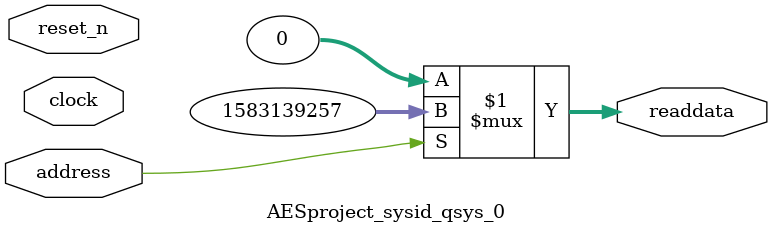
<source format=v>



// synthesis translate_off
`timescale 1ns / 1ps
// synthesis translate_on

// turn off superfluous verilog processor warnings 
// altera message_level Level1 
// altera message_off 10034 10035 10036 10037 10230 10240 10030 

module AESproject_sysid_qsys_0 (
               // inputs:
                address,
                clock,
                reset_n,

               // outputs:
                readdata
             )
;

  output  [ 31: 0] readdata;
  input            address;
  input            clock;
  input            reset_n;

  wire    [ 31: 0] readdata;
  //control_slave, which is an e_avalon_slave
  assign readdata = address ? 1583139257 : 0;

endmodule



</source>
